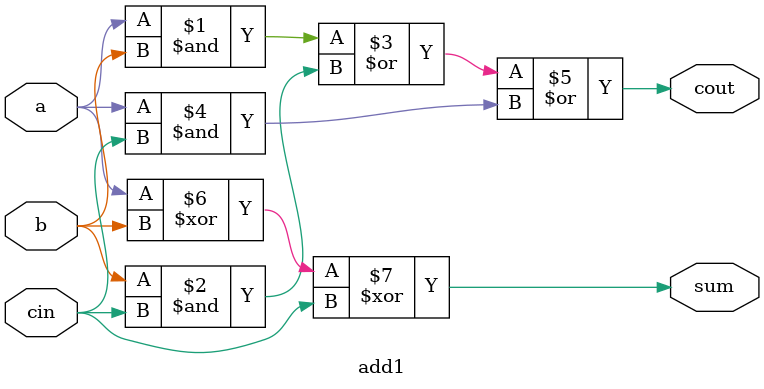
<source format=v>
module top_module (
    input [31:0] a,
    input [31:0] b,
    output [31:0] sum
);//

  wire lsb_cout;
  wire [15:0] msb_sum, lsb_sum;

  add16 add_lsb (
    .a(a[15:0]),
    .b(b[15:0]),
    .cin(1'b0),
    .sum(lsb_sum),
    .cout(lsb_cout)
  );
  
  add16 add_msb (
    .a(a[31:16]),
    .b(b[31:16]),
    .cin(lsb_cout),
    .sum(msb_sum),
    .cout()
  );
  
  assign sum = {msb_sum, lsb_sum};
  
  
endmodule

module add1 ( input a, input b, input cin,   output sum, output cout );

// Full adder module here
  assign cout = (a&b) | (b&cin) | (a&cin);
  assign sum = a^b^cin;

endmodule

</source>
